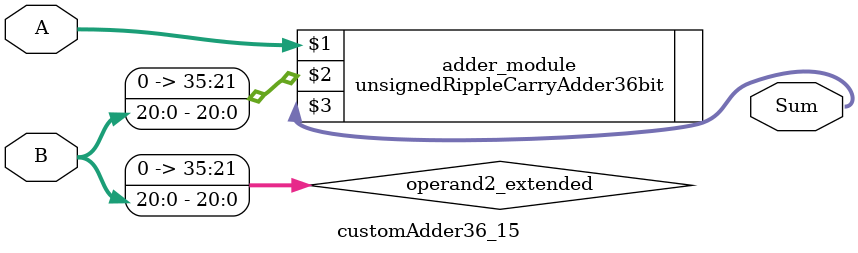
<source format=v>
module customAdder36_15(
                        input [35 : 0] A,
                        input [20 : 0] B,
                        
                        output [36 : 0] Sum
                );

        wire [35 : 0] operand2_extended;
        
        assign operand2_extended =  {15'b0, B};
        
        unsignedRippleCarryAdder36bit adder_module(
            A,
            operand2_extended,
            Sum
        );
        
        endmodule
        
</source>
